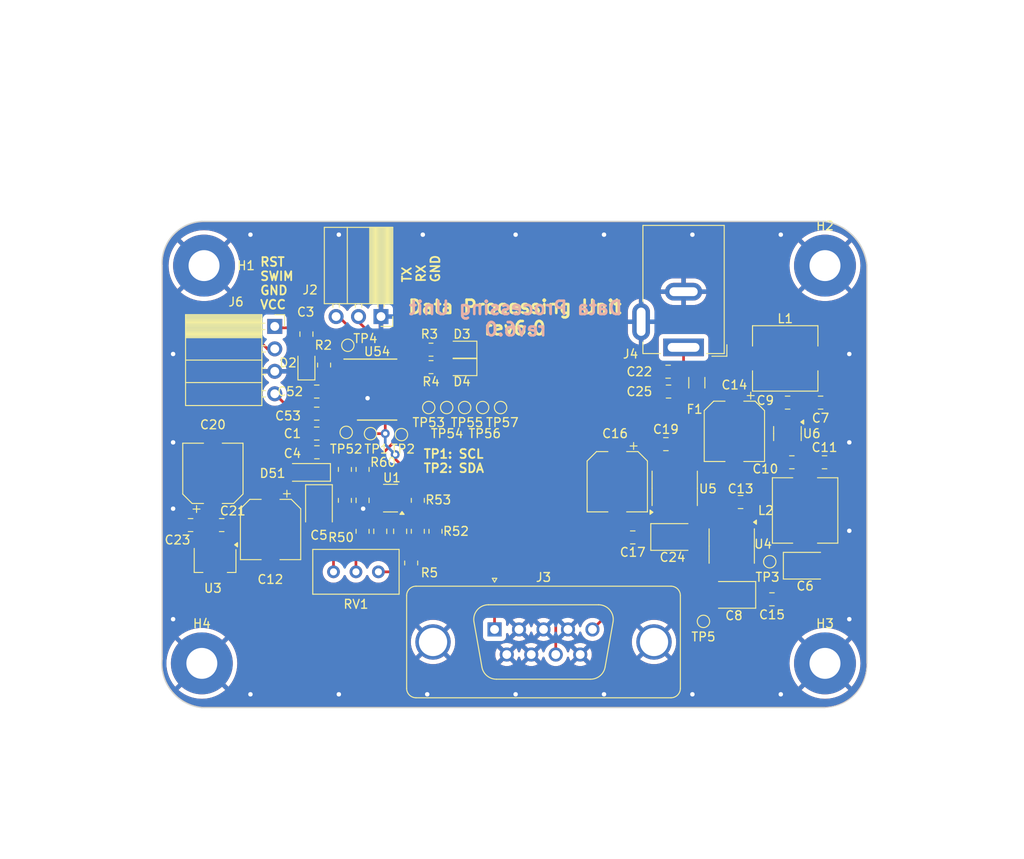
<source format=kicad_pcb>
(kicad_pcb (version 20240108) (generator "pcbnew") (generator_version "8.0")
  (layers (0 "F.Cu" signal) (31 "B.Cu" signal) (34 "B.Paste" user) (35 "F.Paste" user) (36 "B.SilkS" user "B.Silkscreen") (37 "F.SilkS" user "F.Silkscreen") (38 "B.Mask" user) (39 "F.Mask" user) (44 "Edge.Cuts" user))
  (net 0 "")
  (net 1 "GND")
  (net 2 "+5V")
  (net 3 "Net-(U54-VCAP)")
  (net 4 "Net-(D2-A)")
  (net 5 "Net-(D3-A)")
  (net 6 "Net-(D4-A)")
  (net 7 "Net-(U6-IN)")
  (net 8 "Net-(U6-C_{FLY-})")
  (net 9 "Net-(U6-C_{FLY+})")
  (net 10 "Net-(U6-OUT)")
  (net 11 "Net-(U54-PA2)")
  (net 12 "Net-(U54-PD3)")
  (net 13 "Net-(U54-PD2)")
  (net 14 "Net-(U4-OUT)")
  (net 15 "Net-(R51-Pad2)")
  (net 16 "-3V3")
  (net 17 "+3.3V")
  (net 18 "Net-(U1-Vin-)")
  (net 19 "Net-(U54-PA3)")
  (net 20 "Net-(U54-PC3)")
  (net 21 "Net-(U54-PC4)")
  (net 22 "Net-(U54-PC5)")
  (net 23 "Net-(U54-PC6)")
  (net 24 "Net-(U54-PC7)")
  (net 25 "/SignalProcessor/RST")
  (net 26 "/SignalProcessor/VCC_PROG")
  (net 27 "/SignalProcessor/SWIM")
  (net 29 "/SignalProcessor/TX")
  (net 30 "/SignalProcessor/RX")
  (net 31 "Net-(R50-Pad2)")
  (net 32 "/SignalProcessor/SCL")
  (net 33 "/SignalProcessor/SDA")
  (net 34 "Net-(U1-Vin+)")
  (net 39 "analog_input")
  (net 40 "Net-(R1-Pad2)")
  (net 41 "Net-(R5-Pad1)")
  (net 42 "Net-(U54-PD4)")
  (net 43 "Net-(U3-IN)")
  (net 44 "Net-(F1-Pad1)")
  (footprint "Resistor_SMD:R_0805_2012Metric" (layer "F.Cu") (at 143.185 72.5575 -90)
    (property "Reference" "R53")
    (property "Value" "27k")
  )
  (footprint "Connector_PinSocket_2.54mm:PinSocket_1x04_P2.54mm_Horizontal" (layer "F.Cu") (at 127 52.88)
    (property "Reference" "J6")
    (property "Value" "Conn_01x04")
  )
  (footprint "Resistor_SMD:R_0805_2012Metric" (layer "F.Cu") (at 134.935 72.5575 -90)
    (property "Reference" "R1" (hide yes))
    (property "Value" "10k")
  )
  (footprint "Inductor_SMD:L_7.3x7.3_H3.5" (layer "F.Cu") (at 184.75 56.5 180)
    (property "Reference" "L1")
    (property "Value" "22u")
  )
  (footprint "MountingHole:MountingHole_3.5mm_Pad" (layer "F.Cu") (at 189.25 46)
    (property "Reference" "H2")
    (property "Value" "MountingHole_Pad")
  )
  (footprint "Capacitor_SMD:C_0805_2012Metric" (layer "F.Cu") (at 171.25 66.2)
    (property "Reference" "C19")
    (property "Value" "2u2")
  )
  (footprint "Capacitor_SMD:C_0805_2012Metric" (layer "F.Cu") (at 185.5 68.25)
    (property "Reference" "C10")
    (property "Value" "1u")
  )
  (footprint "Capacitor_SMD:C_0805_2012Metric" (layer "F.Cu") (at 131.75 65)
    (property "Reference" "C1")
    (property "Value" "10u")
  )
  (footprint "Resistor_SMD:R_0805_2012Metric" (layer "F.Cu") (at 136.935 76.0575 -90)
    (property "Reference" "R50")
    (property "Value" "0R")
  )
  (footprint "Capacitor_Tantalum_SMD:CP_EIA-3528-21_Kemet-B" (layer "F.Cu") (at 172 76.7)
    (property "Reference" "C24")
    (property "Value" "100u/6v3")
  )
  (footprint "Package_SO:SOIC-8_3.9x4.9mm_P1.27mm" (layer "F.Cu") (at 172.25 71.2 90)
    (property "Reference" "U5")
    (property "Value" "L78L33_SO8")
  )
  (footprint "Resistor_SMD:R_0805_2012Metric" (layer "F.Cu") (at 132.583 57.25 -90)
    (property "Reference" "R2")
    (property "Value" "510R")
  )
  (footprint "TestPoint:TestPoint_Pad_D1.0mm" (layer "F.Cu") (at 150.517 62.057)
    (property "Reference" "TP56")
    (property "Value" "TestPoint")
  )
  (footprint "Fuse:Fuse_1206_3216Metric" (layer "F.Cu") (at 174.75 59.25 -90)
    (property "Reference" "F1")
    (property "Value" "200mA")
  )
  (footprint "Capacitor_SMD:CP_Elec_6.3x5.8" (layer "F.Cu") (at 120 69.5 90)
    (property "Reference" "C20")
    (property "Value" "100u/12v")
  )
  (footprint "Resistor_SMD:R_0805_2012Metric" (layer "F.Cu") (at 143.185 76.0575 90)
    (property "Reference" "R51" (hide yes))
    (property "Value" "0R")
  )
  (footprint "Capacitor_SMD:C_0805_2012Metric" (layer "F.Cu") (at 179.7 72.75 180)
    (property "Reference" "C13")
    (property "Value" "2u2")
  )
  (footprint "Potentiometer_THT:Potentiometer_Bourns_3296W_Vertical" (layer "F.Cu") (at 133.645 80.645 180)
    (property "Reference" "RV1")
    (property "Value" "100k")
  )
  (footprint "Capacitor_Tantalum_SMD:CP_EIA-3528-21_Kemet-B" (layer "F.Cu") (at 132 73.25 -90)
    (property "Reference" "C5")
    (property "Value" "100u/6v3")
  )
  (footprint "Capacitor_SMD:C_0805_2012Metric" (layer "F.Cu") (at 117.475 75.355 180)
    (property "Reference" "C23")
    (property "Value" "2u2")
  )
  (footprint "Capacitor_SMD:C_0805_2012Metric" (layer "F.Cu") (at 131.768 67.117)
    (property "Reference" "C4")
    (property "Value" "10u")
  )
  (footprint "Capacitor_SMD:C_0805_2012Metric" (layer "F.Cu") (at 171.5 58 180)
    (property "Reference" "C22")
    (property "Value" "100n")
  )
  (footprint "Resistor_SMD:R_0805_2012Metric" (layer "F.Cu") (at 134.935 69.0575 -90)
    (property "Reference" "R59" (hide yes))
    (property "Value" "2k2")
  )
  (footprint "Capacitor_SMD:C_0805_2012Metric" (layer "F.Cu") (at 138.935 76.0575 -90)
    (property "Reference" "C2" (hide yes))
    (property "Value" "TBD")
  )
  (footprint "TestPoint:TestPoint_Pad_D1.0mm" (layer "F.Cu") (at 137.833 65.012 90)
    (property "Reference" "TP1")
    (property "Value" "TestPoint")
  )
  (footprint "LED_SMD:LED_0805_2012Metric" (layer "F.Cu") (at 148.1805 55.512 180)
    (property "Reference" "D3")
    (property "Value" "green")
  )
  (footprint "Package_TO_SOT_SMD:SOT-23-5" (layer "F.Cu") (at 185 65 -90)
    (property "Reference" "U6")
    (property "Value" "TPS60403DBV")
  )
  (footprint "TestPoint:TestPoint_Pad_D1.0mm" (layer "F.Cu") (at 135.268 55.012 90)
    (property "Reference" "TP4")
    (property "Value" "TestPoint")
  )
  (footprint "Capacitor_SMD:CP_Elec_6.3x5.8" (layer "F.Cu") (at 165.75 70.45 -90)
    (property "Reference" "C16")
    (property "Value" "100u/12v")
  )
  (footprint "Capacitor_SMD:C_0805_2012Metric" (layer "F.Cu") (at 130.583 53.75 -90)
    (property "Reference" "C3")
    (property "Value" "10n")
  )
  (footprint "TestPoint:TestPoint_Pad_D1.0mm" (layer "F.Cu") (at 175.5 86.25)
    (property "Reference" "TP5")
    (property "Value" "TestPoint")
  )
  (footprint "Capacitor_SMD:C_0805_2012Metric" (layer "F.Cu") (at 171.55 60.25 180)
    (property "Reference" "C25")
    (property "Value" "2u2")
  )
  (footprint "Capacitor_SMD:C_0805_2012Metric" (layer "F.Cu") (at 185.02 61.5 180)
    (property "Reference" "C9")
    (property "Value" "1u")
  )
  (footprint "TestPoint:TestPoint_Pad_D1.0mm" (layer "F.Cu") (at 148.485 62.057)
    (property "Reference" "TP55")
    (property "Value" "TestPoint")
  )
  (footprint "TestPoint:TestPoint_Pad_D1.0mm" (layer "F.Cu") (at 183 79.5 90)
    (property "Reference" "TP3")
    (property "Value" "TestPoint")
  )
  (footprint "MountingHole:MountingHole_3.5mm_Pad" (layer "F.Cu") (at 189.25 91)
    (property "Reference" "H3")
    (property "Value" "MountingHole_Pad")
  )
  (footprint "TestPoint:TestPoint_Pad_D1.0mm" (layer "F.Cu") (at 146.453 62.057)
    (property "Reference" "TP54")
    (property "Value" "TestPoint")
  )
  (footprint "Capacitor_SMD:CP_Elec_6.3x5.8" (layer "F.Cu") (at 179 64.75 -90)
    (property "Reference" "C14")
    (property "Value" "100u/12v")
  )
  (footprint "Connector_PinSocket_2.54mm:PinSocket_1x03_P2.54mm_Horizontal" (layer "F.Cu") (at 139.018 51.762 -90)
    (property "Reference" "J2")
    (property "Value" "Conn_01x03")
  )
  (footprint "LED_SMD:LED_0805_2012Metric" (layer "F.Cu") (at 148.1805 57.485 180)
    (property "Reference" "D4")
    (property "Value" "red")
  )
  (footprint "TestPoint:TestPoint_Pad_D1.0mm" (layer "F.Cu") (at 144.421 62.057)
    (property "Reference" "TP53")
    (property "Value" "TestPoint")
  )
  (footprint "Resistor_SMD:R_0805_2012Metric" (layer "F.Cu") (at 144.6805 57.485 180)
    (property "Reference" "R4")
    (property "Value" "510R")
  )
  (footprint "Package_SO:SOIC-8_3.9x4.9mm_P1.27mm" (layer "F.Cu") (at 178.7 77.725 -90)
    (property "Reference" "U4")
    (property "Value" "L78L33_SO8")
  )
  (footprint "Connector_BarrelJack:BarrelJack_GCT_DCJ200-10-A_Horizontal" (layer "F.Cu") (at 173.25 55.25 180)
    (property "Reference" "J4")
    (property "Value" "Barrel_Jack_Switch")
  )
  (footprint "Capacitor_SMD:C_0805_2012Metric" (layer "F.Cu") (at 183.25 83.75)
    (property "Reference" "C15")
    (property "Value" "2u2")
  )
  (footprint "LED_SMD:LED_0805_2012Metric" (layer "F.Cu") (at 130.583 57.25 90)
    (property "Reference" "D2")
    (property "Value" "yellow")
  )
  (footprint "Capacitor_SMD:C_0805_2012Metric" (layer "F.Cu") (at 136.935 72.5575 90)
    (property "Reference" "C50" (hide yes))
    (property "Value" "100n")
  )
  (footprint "Resistor_SMD:R_0805_2012Metric" (layer "F.Cu") (at 142.435 79.645 90)
    (property "Reference" "R5")
    (property "Value" "10k")
  )
  (footprint "Capacitor_SMD:C_0805_2012Metric" (layer "F.Cu") (at 188.75 61.5)
    (property "Reference" "C7")
    (property "Value" "1u")
  )
  (footprint "TestPoint:TestPoint_Pad_D1.0mm" (layer "F.Cu") (at 135.083 64.867)
    (property "Reference" "TP52")
    (property "Value" "TestPoint")
  )
  (footprint "Package_TO_SOT_SMD:SOT-23-6" (layer "F.Cu") (at 140.0975 72.3075 180)
    (property "Reference" "U1")
    (property "Value" "MCP3425Axx-xCH")
  )
  (footprint "Resistor_SMD:R_0805_2012Metric" (layer "F.Cu") (at 145.185 76.0575 -90)
    (property "Reference" "R52")
    (property "Value" "0R")
  )
  (footprint "Capacitor_Tantalum_SMD:CP_EIA-3528-21_Kemet-B" (layer "F.Cu") (at 187 79.95)
    (property "Reference" "C6")
    (property "Value" "100u/6v3")
  )
  (footprint "TestPoint:TestPoint_Pad_D1.0mm" (layer "F.Cu") (at 152.549 62.057)
    (property "Reference" "TP57")
    (property "Value" "TestPoint")
  )
  (footprint "MountingHole:MountingHole_3.5mm_Pad" (layer "F.Cu") (at 119 46)
    (property "Reference" "H1")
    (property "Value" "MountingHole_Pad")
  )
  (footprint "Capacitor_SMD:C_0805_2012Metric" (layer "F.Cu") (at 189.2 68.25)
    (property "Reference" "C11")
    (property "Value" "1u")
  )
  (footprint "Capacitor_SMD:C_0805_2012Metric" (layer "F.Cu") (at 120.995 75.355 180)
    (property "Reference" "C21")
    (property "Value" "2u2")
  )
  (footprint "Capacitor_SMD:CP_Elec_6.3x5.8" (layer "F.Cu") (at 126.525 75.855 -90)
    (property "Reference" "C12")
    (property "Value" "100u/6v3")
  )
  (footprint "Capacitor_SMD:C_0805_2012Metric" (layer "F.Cu") (at 131.75 62.75)
    (property "Reference" "C53")
    (property "Value" "100n")
  )
  (footprint "Diode_SMD:D_MiniMELF" (layer "F.Cu") (at 130.75 69.395 180)
    (property "Reference" "D51")
    (property "Value" "0R resistor")
  )
  (footprint "TestPoint:TestPoint_Pad_D1.0mm" (layer "F.Cu") (at 141.333 65.117 90)
    (property "Reference" "TP2")
    (property "Value" "TestPoint")
  )
  (footprint "Connector_Dsub:DSUB-9_Male_Vertical_P2.77x2.84mm_MountingHoles" (layer "F.Cu") (at 151.865 87.16)
    (property "Reference" "J3")
    (property "Value" "DE9_Plug_MountingHoles")
  )
  (footprint "Package_SO:TSSOP-20_4.4x6.5mm_P0.65mm" (layer "F.Cu") (at 138.579 60.025)
    (property "Reference" "U54")
    (property "Value" "STM8S003F3P")
  )
  (footprint "Resistor_SMD:R_0805_2012Metric" (layer "F.Cu") (at 136.935 69.0575 -90)
    (property "Reference" "R60")
    (property "Value" "2k2")
  )
  (footprint "Capacitor_SMD:C_0805_2012Metric" (layer "F.Cu") (at 131.75 60.25)
    (property "Reference" "C52")
    (property "Value" "680n")
  )
  (footprint "MountingHole:MountingHole_3.5mm_Pad" (layer "F.Cu") (at 118.75 91)
    (property "Reference" "H4")
    (property "Value" "MountingHole_Pad")
  )
  (footprint "Capacitor_Tantalum_SMD:CP_EIA-3528-21_Kemet-B" (layer "F.Cu") (at 178.95 83.25 180)
    (property "Reference" "C8")
    (property "Value" "100u/6v3")
  )
  (footprint "Capacitor_SMD:C_0805_2012Metric" (layer "F.Cu") (at 141.185 76.0575 -90)
    (property "Reference" "C18" (hide yes))
    (property "Value" "TBD")
  )
  (footprint "Resistor_SMD:R_0805_2012Metric" (layer "F.Cu") (at 144.6805 55.512 180)
    (property "Reference" "R3")
    (property "Value" "510R")
  )
  (footprint "Package_TO_SOT_SMD:SOT-89-3" (layer "F.Cu") (at 120.25 79.355 -90)
    (property "Reference" "U3")
    (property "Value" "L78L05_SOT89")
  )
  (footprint "Inductor_SMD:L_7.3x7.3_H3.5" (layer "F.Cu") (at 187 73.7 90)
    (property "Reference" "L2")
    (property "Value" "22u")
  )
  (footprint "Capacitor_SMD:C_0805_2012Metric" (layer "F.Cu") (at 167.5 76.75 180)
    (property "Reference" "C17")
    (property "Value" "2u2")
  )
  (gr_line (start 118.75 96) (end 189.25 96) (stroke (width 0.15)) (layer "Edge.Cuts"))
  (gr_line (start 189.25 41) (end 118.75 41) (stroke (width 0.15)) (layer "Edge.Cuts"))
  (gr_line (start 114.25 46) (end 114.25 90.5) (stroke (width 0.15)) (layer "Edge.Cuts"))
  (gr_arc (start 118.75 96) (mid 115.360913 94.181981) (end 114.25 90.5) (stroke (width 0.15)) (layer "Edge.Cuts"))
  (gr_arc (start 189.25 41) (mid 192.485376 42.682643) (end 194 46) (stroke (width 0.15)) (layer "Edge.Cuts"))
  (gr_arc (start 114.25 46) (mid 115.464466 42.568019) (end 118.75 41) (stroke (width 0.15)) (layer "Edge.Cuts"))
  (gr_arc (start 194 91) (mid 192.660534 94.483757) (end 189.25 96) (stroke (width 0.1)) (layer "Edge.Cuts"))
  (gr_line (start 194 91) (end 194 46) (stroke (width 0.15)) (layer "Edge.Cuts"))
  (gr_text "Data Processing Unit\nrev6.0" (at 154.25 52 0) (layer "B.SilkS") (effects (font (size 1.5 1.5) (thickness 0.3)) (justify mirror)))
  (gr_text "Data Processing Unit\nrev6.0" (at 154.167 51.883 0) (layer "F.SilkS") (effects (font (size 1.5 1.5) (thickness 0.3))))
  (gr_text "TP1: SCL\nTP2: SDA" (at 143.75 69.5 0) (layer "F.SilkS") (effects (font (size 1 1) (thickness 0.2) (bold yes)) (justify left bottom)))
  (gr_text "TX\nRX\nGND" (at 145.75 48 90) (layer "F.SilkS") (effects (font (size 1 1) (thickness 0.2) (bold yes)) (justify left bottom)))
  (gr_text "RST\nSWIM\nGND\nVCC" (at 125.25 51 0) (layer "F.SilkS") (effects (font (size 1 1) (thickness 0.2) (bold yes)) (justify left bottom)))
  (segment (start 142.5225 72.3075) (end 143.185 71.645) (width 0.3048) (layer "F.Cu") (net 1))
  (segment (start 135.629 61) (end 137.5 61) (width 0.3048) (layer "F.Cu") (net 1))
  (segment (start 141.235 72.3075) (end 142.5225 72.3075) (width 0.3048) (layer "F.Cu") (net 1))
  (via (at 134.25 94.5) (size 1) (drill 0.5) (layers "F.Cu" "B.Cu") (net 1))
  (via (at 137.5 61) (size 1) (drill 0.5) (layers "F.Cu" "B.Cu") (net 1))
  (via (at 184.25 42.5) (size 1) (drill 0.5) (layers "F.Cu" "B.Cu") (net 1))
  (via (at 154.25 94.5) (size 1) (drill 0.5) (layers "F.Cu" "B.Cu") (net 1))
  (via (at 124.25 94.5) (size 1) (drill 0.5) (layers "F.Cu" "B.Cu") (net 1))
  (via (at 192 76) (size 1) (drill 0.5) (layers "F.Cu" "B.Cu") (net 1))
  (via (at 137 73.5) (size 1) (drill 0.5) (layers "F.Cu" "B.Cu") (net 1))
  (via (at 154.25 42.5) (size 1) (drill 0.5) (layers "F.Cu" "B.Cu") (net 1))
  (via (at 115.5 86) (size 1) (drill 0.5) (layers "F.Cu" "B.Cu") (net 1))
  (via (at 115.5 66) (size 1) (drill 0.5) (layers "F.Cu" "B.Cu") (net 1))
  (via (at 164.25 42.5) (size 1) (drill 0.5) (layers "F.Cu" "B.Cu") (net 1))
  (via (at 115.5 56) (size 1) (drill 0.5) (layers "F.Cu" "B.Cu") (net 1))
  (via (at 124.25 42.5) (size 1) (drill 0.5) (layers "F.Cu" "B.Cu") (net 1))
  (via (at 115.5 73.5) (size 1) (drill 0.5) (layers "F.Cu" "B.Cu") (net 1))
  (via (at 164.25 94.5) (size 1) (drill 0.5) (layers "F.Cu" "B.Cu") (net 1))
  (via (at 192 86) (size 1) (drill 0.5) (layers "F.Cu" "B.Cu") (net 1))
  (via (at 174.25 42.5) (size 1) (drill 0.5) (layers "F.Cu" "B.Cu") (net 1))
  (via (at 134.25 42.5) (size 1) (drill 0.5) (layers "F.Cu" "B.Cu") (net 1))
  (via (at 192 66) (size 1) (drill 0.5) (layers "F.Cu" "B.Cu") (net 1))
  (via (at 144.25 94.5) (size 1) (drill 0.5) (layers "F.Cu" "B.Cu") (net 1))
  (via (at 174.25 94.5) (size 1) (drill 0.5) (layers "F.Cu" "B.Cu") (net 1))
  (via (at 192 56) (size 1) (drill 0.5) (layers "F.Cu" "B.Cu") (net 1))
  (via (at 143.75 42.5) (size 1) (drill 0.5) (layers "F.Cu" "B.Cu") (net 1))
  (via (at 184.25 94.5) (size 1) (drill 0.5) (layers "F.Cu" "B.Cu") (net 1))
  (segment (start 126.525 73.155) (end 128.845 73.155) (width 0.3048) (layer "F.Cu") (net 2))
  (segment (start 138.96 72.3075) (end 137.635 72.3075) (width 0.3048) (layer "F.Cu") (net 2))
  (segment (start 128.845 73.155) (end 130.2875 71.7125) (width 0.3048) (layer "F.Cu") (net 2))
  (segment (start 126.525 73.155) (end 126.525 70.725) (width 0.3048) (layer "F.Cu") (net 2))
  (segment (start 134.935 71.645) (end 134.935 69.97) (width 0.3048) (layer "F.Cu") (net 2))
  (segment (start 123.195 74.105) (end 125.575 74.105) (width 0.3048) (layer "F.Cu") (net 2))
  (segment (start 127.855 69.395) (end 128.935 69.395) (width 0.3048) (layer "F.Cu") (net 2))
  (segment (start 132 71.7125) (end 134.8675 71.7125) (width 0.3048) (layer "F.Cu") (net 2))
  (segment (start 121.945 75.355) (end 123.195 74.105) (width 0.3048) (layer "F.Cu") (net 2))
  (segment (start 126.525 70.725) (end 127.855 69.395) (width 0.3048) (layer "F.Cu") (net 2))
  (segment (start 130.2875 71.7125) (end 132 71.7125) (width 0.3048) (layer "F.Cu") (net 2))
  (segment (start 136.935 71.6075) (end 136.935 69.97) (width 0.3048) (layer "F.Cu") (net 2))
  (segment (start 136.935 71.6075) (end 134.9725 71.6075) (width 0.3048) (layer "F.Cu") (net 2))
  (segment (start 137.635 72.3075) (end 136.935 71.6075) (width 0.3048) (layer "F.Cu") (net 2))
  (segment (start 121.945 75.355) (end 121.945 77.21) (width 0.3048) (layer "F.Cu") (net 2))
  (segment (start 135.629 61.65) (end 134.65 61.65) (width 0.3048) (layer "F.Cu") (net 3))
  (segment (start 133.533 60.533) (end 132.737 60.533) (width 0.3048) (layer "F.Cu") (net 3))
  (segment (start 134.65 61.65) (end 133.533 60.533) (width 0.3048) (layer "F.Cu") (net 3))
  (segment (start 130.583 56.6795) (end 132.558 56.6795) (width 0.3048) (layer "F.Cu") (net 4))
  (segment (start 145.593 55.512) (end 147.243 55.512) (width 0.3048) (layer "F.Cu") (net 5))
  (segment (start 145.593 57.485) (end 147.243 57.485) (width 0.3048) (layer "F.Cu") (net 6))
  (segment (start 187.8 61.5) (end 185.97 61.5) (width 0.3048) (layer "F.Cu") (net 7))
  (segment (start 185.97 61.5) (end 185 62.47) (width 0.3048) (layer "F.Cu") (net 7))
  (segment (start 187.95 56.5) (end 187.95 61.35) (width 0.3048) (layer "F.Cu") (net 7))
  (segment (start 185 62.47) (end 185 63.8625) (width 0.3048) (layer "F.Cu") (net 7))
  (segment (start 184.55 68.25) (end 185.049938 67.750062) (width 0.3048) (layer "F.Cu") (net 8))
  (segment (start 185.049938 65.365964) (end 184.05 64.366026) (width 0.3048) (layer "F.Cu") (net 8))
  (segment (start 185.049938 67.750062) (end 185.049938 65.365964) (width 0.3048) (layer "F.Cu") (net 8))
  (segment (start 186.45 66.6375) (end 185.95 66.1375) (width 0.3048) (layer "F.Cu") (net 9))
  (segment (start 186.45 68.25) (end 186.45 66.6375) (width 0.3048) (layer "F.Cu") (net 9))
  (segment (start 188.25 69.25) (end 187 70.5) (width 0.3048) (layer "F.Cu") (net 10))
  (segment (start 188.25 66.1625) (end 188.25 68.25) (width 0.3048) (layer "F.Cu") (net 10))
  (segment (start 185.95 63.8625) (end 188.25 66.1625) (width 0.3048) (layer "F.Cu") (net 10))
  (segment (start 188.25 68.25) (end 188.25 69.25) (width 0.3048) (layer "F.Cu") (net 10))
  (segment (start 135.629 60.35) (end 134.6 60.35) (width 0.3048) (layer "F.Cu") (net 11))
  (segment (start 134.6 60.35) (end 132.7795 58.5295) (width 0.3048) (layer "F.Cu") (net 11))
  (segment (start 132.7795 58.5295) (end 132.583 58.5295) (width 0.3048) (layer "F.Cu") (net 11))
  (segment (start 141.529 56.501) (end 142.518 55.512) (width 0.3048) (layer "F.Cu") (net 12))
  (segment (start 141.529 57.1) (end 141.529 56.501) (width 0.3048) (layer "F.Cu") (net 12))
  (segment (start 142.518 55.512) (end 143.768 55.512) (width 0.3048) (layer "F.Cu") (net 12))
  (segment (start 142.508 57.75) (end 142.773 57.485) (width 0.254) (layer "F.Cu") (net 13))
  (segment (start 142.773 57.485) (end 143.768 57.485) (width 0.254) (layer "F.Cu") (net 13))
  (segment (start 141.529 57.75) (end 142.508 57.75) (width 0.254) (layer "F.Cu") (net 13))
  (segment (start 182.5 74) (end 181.25 72.75) (width 0.3048) (layer "F.Cu") (net 14))
  (segment (start 183.45 79.95) (end 183 79.5) (width 0.3048) (layer "F.Cu") (net 14))
  (segment (start 185.4625 79.95) (end 183.45 79.95) (width 0.3048) (layer "F.Cu") (net 14))
  (segment (start 180.65 72.75) (end 180.65 75.205) (width 0.3048) (layer "F.Cu") (net 14))
  (segment (start 182.5 79) (end 182.5 74) (width 0.3048) (layer "F.Cu") (net 14))
  (segment (start 183 79.5) (end 182.5 79) (width 0.3048) (layer "F.Cu") (net 14))
  (segment (start 187 77.75) (end 185.4625 79.2875) (width 0.3048) (layer "F.Cu") (net 14))
  (segment (start 181.25 72.75) (end 180.65 72.75) (width 0.3048) (layer "F.Cu") (net 14))
  (segment (start 187 76.9) (end 187 77.75) (width 0.3048) (layer "F.Cu") (net 14))
  (segment (start 145.185 75.145) (end 143.185 75.145) (width 0.3048) (layer "F.Cu") (net 15))
  (segment (start 143.185 75.145) (end 143.185 73.47) (width 0.3048) (layer "F.Cu") (net 15))
  (segment (start 180.4875 83.25) (end 180.9875 83.75) (width 0.3048) (layer "F.Cu") (net 16))
  (segment (start 181.5 86.25) (end 182.3 85.45) (width 0.3048) (layer "F.Cu") (net 16))
  (segment (start 180.605 80.2) (end 180.605 83.1325) (width 0.3048) (layer "F.Cu") (net 16))
  (segment (start 181.5 86.25) (end 175.5 86.25) (width 0.3048) (layer "F.Cu") (net 16))
  (segment (start 180.9875 83.75) (end 182.3 83.75) (width 0.3048) (layer "F.Cu") (net 16))
  (segment (start 182.3 83.75) (end 182.3 85.45) (width 0.3048) (layer "F.Cu") (net 16))
  (segment (start 175.25 86.25) (end 173.75 84.75) (width 0.3048) (layer "F.Cu") (net 16))
  (segment (start 175.5 86.25) (end 175.25 86.25) (width 0.3048) (layer "F.Cu") (net 16))
  (segment (start 165.355 84.75) (end 162.945 87.16) (width 0.3048) (layer "F.Cu") (net 16))
  (segment (start 173.75 84.75) (end 165.355 84.75) (width 0.3048) (layer "F.Cu") (net 16))
  (segment (start 158.79 86.21) (end 158.79 90) (width 0.3048) (layer "F.Cu") (net 17))
  (segment (start 168.45 78.3) (end 167 79.75) (width 0.3048) (layer "F.Cu") (net 17))
  (segment (start 165.25 79.75) (end 158.79 86.21) (width 0.3048) (layer "F.Cu") (net 17))
  (segment (start 168.45 76.75) (end 168.45 78.3) (width 0.3048) (layer "F.Cu") (net 17))
  (segment (start 168.7 76.7) (end 168.25 76.25) (width 0.3048) (layer "F.Cu") (net 17))
  (segment (start 170.345 73.675) (end 170.345 76.5825) (width 0.3048) (layer "F.Cu") (net 17))
  (segment (start 167 79.75) (end 165.25 79.75) (width 0.3048) (layer "F.Cu") (net 17))
  (segment (start 170.4625 76.7) (end 168.7 76.7) (width 0.3048) (layer "F.Cu") (net 17))
  (segment (start 138.96 73.2575) (end 138.96 75.0825) (width 0.3048) (layer "F.Cu") (net 18))
  (segment (start 138.935 75.1075) (end 136.9725 75.1075) (width 0.3048) (layer "F.Cu") (net 18))
  (segment (start 135.083 64.167) (end 135.083 64.867) (width 0.3048) (layer "F.Cu") (net 19))
  (segment (start 135.629 62.95) (end 135.629 63.621) (width 0.3048) (layer "F.Cu") (net 19))
  (segment (start 135.629 63.621) (end 135.083 64.167) (width 0.3048) (layer "F.Cu") (net 19))
  (segment (start 141.529 61.65) (end 144.014 61.65) (width 0.254) (layer "F.Cu") (net 20))
  (segment (start 144.014 61.65) (end 144.421 62.057) (width 0.254) (layer "F.Cu") (net 20))
  (segment (start 146.453 61.303) (end 146.453 62.057) (width 0.254) (layer "F.Cu") (net 21))
  (segment (start 141.529 61) (end 143.192 61) (width 0.254) (layer "F.Cu") (net 21))
  (segment (start 143.532 60.66) (end 145.81 60.66) (width 0.254) (layer "F.Cu") (net 21))
  (segment (start 145.81 60.66) (end 146.453 61.303) (width 0.254) (layer "F.Cu") (net 21))
  (segment (start 143.192 61) (end 143.532 60.66) (width 0.254) (layer "F.Cu") (net 21))
  (segment (start 147.715012 60.533012) (end 148.485 61.303) (width 0.254) (layer "F.Cu") (net 22))
  (segment (start 143.448563 60.025003) (end 145.905131 60.025003) (width 0.254) (layer "F.Cu") (net 22))
  (segment (start 148.485 61.303) (end 148.485 62.057) (width 0.254) (layer "F.Cu") (net 22))
  (segment (start 141.529 60.35) (end 143.123566 60.35) (width 0.254) (layer "F.Cu") (net 22))
  (segment (start 145.905131 60.025003) (end 146.41314 60.533012) (width 0.254) (layer "F.Cu") (net 22))
  (segment (start 143.123566 60.35) (end 143.448563 60.025003) (width 0.254) (layer "F.Cu") (net 22))
  (segment (start 146.41314 60.533012) (end 147.715012 60.533012) (width 0.254) (layer "F.Cu") (net 22))
  (segment (start 147.977001 60.025001) (end 148.612 60.66) (width 0.254) (layer "F.Cu") (net 23))
  (segment (start 149.874 60.66) (end 150.517 61.303) (width 0.254) (layer "F.Cu") (net 23))
  (segment (start 150.517 61.303) (end 150.517 62.057) (width 0.254) (layer "F.Cu") (net 23))
  (segment (start 146.115556 59.516992) (end 146.623565 60.025001) (width 0.254) (layer "F.Cu") (net 23))
  (segment (start 142.770008 59.516992) (end 146.115556 59.516992) (width 0.254) (layer "F.Cu") (net 23))
  (segment (start 141.529 59.7) (end 142.587 59.7) (width 0.254) (layer "F.Cu") (net 23))
  (segment (start 146.623565 60.025001) (end 147.977001 60.025001) (width 0.254) (layer "F.Cu") (net 23))
  (segment (start 148.612 60.66) (end 149.874 60.66) (width 0.254) (layer "F.Cu") (net 23))
  (segment (start 142.587 59.7) (end 142.770008 59.516992) (width 0.254) (layer "F.Cu") (net 23))
  (segment (start 150.39001 60.15199) (end 150.89802 60.66) (width 0.254) (layer "F.Cu") (net 24))
  (segment (start 142.549019 59.008981) (end 146.325981 59.008981) (width 0.254) (layer "F.Cu") (net 24))
  (segment (start 148.9295 60.15199) (end 150.39001 60.15199) (width 0.254) (layer "F.Cu") (net 24))
  (segment (start 150.89802 60.66) (end 151.906 60.66) (width 0.254) (layer "F.Cu") (net 24))
  (segment (start 146.325981 59.008981) (end 146.83399 59.51699) (width 0.254) (layer "F.Cu") (net 24))
  (segment (start 148.2945 59.51699) (end 148.9295 60.15199) (width 0.254) (layer "F.Cu") (net 24))
  (segment (start 152.549 61.303) (end 152.549 62.057) (width 0.254) (layer "F.Cu") (net 24))
  (segment (start 151.906 60.66) (end 152.549 61.303) (width 0.254) (layer "F.Cu") (net 24))
  (segment (start 146.83399 59.51699) (end 148.2945 59.51699) (width 0.254) (layer "F.Cu") (net 24))
  (segment (start 141.529 59.05) (end 142.508 59.05) (width 0.254) (layer "F.Cu") (net 24))
  (segment (start 142.508 59.05) (end 142.549019 59.008981) (width 0.254) (layer "F.Cu") (net 24))
  (segment (start 133.573 55.067) (end 133.603 55.097) (width 0.3048) (layer "F.Cu") (net 25))
  (segment (start 134.5162 59.05) (end 134.018 58.5518) (width 0.3048) (layer "F.Cu") (net 25))
  (segment (start 134.018 58.5518) (end 134.018 55.512) (width 0.3048) (layer "F.Cu") (net 25))
  (segment (start 127.373 53.037) (end 128.92 53.037) (width 0.3048) (layer "F.Cu") (net 25))
  (segment (start 134.018 55.512) (end 133.603 55.097) (width 0.3048) (layer "F.Cu") (net 25))
  (segment (start 130.583 55.067) (end 133.573 55.067) (width 0.3048) (layer "F.Cu") (net 25))
  (segment (start 128.92 53.037) (end 130.583 54.7) (width 0.3048) (layer "F.Cu") (net 25))
  (segment (start 135.629 59.05) (end 134.5162 59.05) (width 0.3048) (layer "F.Cu") (net 25))
  (segment (start 131.45 61.5) (end 128 61.5) (width 0.3048) (layer "F.Cu") (net 26))
  (segment (start 132.718 65.262) (end 132.718 67.512) (width 0.3048) (layer "F.Cu") (net 26))
  (segment (start 135.629 62.3) (end 133.43 62.3) (width 0.3048) (layer "F.Cu") (net 26))
  (segment (start 128 61.5) (end 127 60.5) (width 0.3048) (layer "F.Cu") (net 26))
  (segment (start 132.718 63.012) (end 132.718 65.262) (width 0.3048) (layer "F.Cu") (net 26))
  (segment (start 133.43 62.3) (end 133 62.73) (width 0.3048) (layer "F.Cu") (net 26))
  (segment (start 132.385 67.145) (end 132.385 69.345) (width 0.3048) (layer "F.Cu") (net 26))
  (segment (start 132.7 62.75) (end 131.45 61.5) (width 0.3048) (layer "F.Cu") (net 26))
  (segment (start 141.018 55.8482) (end 141.018 50.387) (width 0.3048) (layer "F.Cu") (net 27))
  (segment (start 140.268 58.1688) (end 140.268 56.5982) (width 0.3048) (layer "F.Cu") (net 27))
  (segment (start 139.643 49.012) (end 127.488 49.012) (width 0.3048) (layer "F.Cu") (net 27))
  (segment (start 126.17 55.42) (end 127 55.42) (width 0.3048) (layer "F.Cu") (net 27))
  (segment (start 140.268 56.5982) (end 141.018 55.8482) (width 0.3048) (layer "F.Cu") (net 27))
  (segment (start 141.018 50.387) (end 139.643 49.012) (width 0.3048) (layer "F.Cu") (net 27))
  (segment (start 141.529 58.4) (end 140.4992 58.4) (width 0.3048) (layer "F.Cu") (net 27))
  (segment (start 125.25 51.25) (end 125.25 54.5) (width 0.3048) (layer "F.Cu") (net 27))
  (segment (start 127.488 49.012) (end 125.25 51.25) (width 0.3048) (layer "F.Cu") (net 27))
  (segment (start 140.4992 58.4) (end 140.268 58.1688) (width 0.3048) (layer "F.Cu") (net 27))
  (segment (start 125.25 54.5) (end 126.17 55.42) (width 0.3048) (layer "F.Cu") (net 27))
  (segment (start 137.018 57.3908) (end 136.6588 57.75) (width 0.3048) (layer "F.Cu") (net 29))
  (segment (start 136.6588 57.75) (end 135.629 57.75) (width 0.3048) (layer "F.Cu") (net 29))
  (segment (start 137.018 54.552) (end 137.018 57.3908) (width 0.3048) (layer "F.Cu") (net 29))
  (segment (start 134.228 51.762) (end 137.018 54.552) (width 0.3048) (layer "F.Cu") (net 29))
  (segment (start 137.768 57.762) (end 137.768 53.642) (width 0.3048) (layer "F.Cu") (net 30))
  (segment (start 137.13 58.4) (end 137.768 57.762) (width 0.3048) (layer "F.Cu") (net 30))
  (segment (start 135.629 58.4) (end 137.13 58.4) (width 0.3048) (layer "F.Cu") (net 30))
  (segment (start 137.768 53.642) (end 136.478 52.352) (width 0.3048) (layer "F.Cu") (net 30))
  (segment (start 136.935 78.315) (end 136.185 79.065) (width 0.3048) (layer "F.Cu") (net 31))
  (segment (start 136.935 76.97) (end 136.935 78.315) (width 0.3048) (layer "F.Cu") (net 31))
  (segment (start 136.185 79.065) (end 136.185 80.645) (width 0.3048) (layer "F.Cu") (net 31))
  (segment (start 140.625 67.375) (end 140.625 67.875) (width 0.3048) (layer "F.Cu") (net 32))
  (segment (start 139.488 65.012) (end 137.656 65.012) (width 0.3048) (layer "F.Cu") (net 32))
  (segment (start 134.935 67.733) (end 134.935 68.145) (width 0.3048) (layer "F.Cu") (net 32))
  (segment (start 137.656 65.012) (end 134.935 67.733) (width 0.3048) (layer "F.Cu") (net 32))
  (segment (start 140.4162 62.3) (end 141.529 62.3) (width 0.3048) (layer "F.Cu") (net 32))
  (segment (start 139.5 63.2162) (end 140.4162 62.3) (width 0.3048) (layer "F.Cu") (net 32))
  (segment (start 139.5 65) (end 139.5 63.2162) (width 0.3048) (layer "F.Cu") (net 32))
  (segment (start 140.625 67.875) (end 141.235 68.485) (width 0.3048) (layer "F.Cu") (net 32))
  (segment (start 141.235 68.485) (end 141.235 71.3575) (width 0.3048) (layer "F.Cu") (net 32))
  (segment (start 139.5 65) (end 139.488 65.012) (width 0.3048) (layer "F.Cu") (net 32))
  (via (at 139.5 65) (size 1) (drill 0.5) (layers "F.Cu" "B.Cu") (net 32))
  (via (at 140.625 67.375) (size 1) (drill 0.5) (layers "F.Cu" "B.Cu") (net 32))
  (segment (start 139.5 66.25) (end 140.625 67.375) (width 0.3048) (layer "B.Cu") (net 32))
  (segment (start 139.5 65) (end 139.5 66.25) (width 0.3048) (layer "B.Cu") (net 32))
  (segment (start 138.96 68.25) (end 138.96 71.3575) (width 0.3048) (layer "F.Cu") (net 33))
  (segment (start 141.333 65.117) (end 138.96 67.49) (width 0.3048) (layer "F.Cu") (net 33))
  (segment (start 141.529 64.921) (end 141.529 62.95) (width 0.3048) (layer "F.Cu") (net 33))
  (segment (start 138.145 68.145) (end 138.25 68.25) (width 0.3048) (layer "F.Cu") (net 33))
  (segment (start 138.25 68.25) (end 138.96 68.25) (width 0.3048) (layer "F.Cu") (net 33))
  (segment (start 136.935 68.145) (end 138.145 68.145) (width 0.3048) (layer "F.Cu") (net 33))
  (segment (start 138.96 67.49) (end 138.96 68.25) (width 0.3048) (layer "F.Cu") (net 33))
  (segment (start 141.3225 75.1075) (end 143.185 76.97) (width 0.3048) (layer "F.Cu") (net 34))
  (segment (start 141.185 75.1075) (end 141.185 73.3075) (width 0.3048) (layer "F.Cu") (net 34))
  (segment (start 151.865 87.16) (end 151.865 85.615) (width 0.3048) (layer "F.Cu") (net 39))
  (segment (start 145.185 78.935) (end 145.185 76.97) (width 0.3048) (layer "F.Cu") (net 39))
  (segment (start 151.865 85.615) (end 145.185 78.935) (width 0.3048) (layer "F.Cu") (net 39))
  (segment (start 133.645 78.855) (end 133.645 80.645) (width 0.3048) (layer "F.Cu") (net 40))
  (segment (start 135 77.5) (end 133.645 78.855) (width 0.3048) (layer "F.Cu") (net 40))
  (segment (start 135 73.535) (end 135 77.5) (width 0.3048) (layer "F.Cu") (net 40))
  (segment (start 138.725 80.645) (end 142.3475 80.645) (width 0.3048) (layer "F.Cu") (net 41))
  (segment (start 135.629 57.1) (end 135.629 56.5702) (width 0.3048) (layer "F.Cu") (net 42))
  (segment (start 135.268 56.2092) (end 135.268 55.012) (width 0.3048) (layer "F.Cu") (net 42))
  (segment (start 135.629 56.5702) (end 135.268 56.2092) (width 0.3048) (layer "F.Cu") (net 42))
  (segment (start 179 59.05) (end 181.55 56.5) (width 0.3048) (layer "F.Cu") (net 43))
  (segment (start 170.3 64.95) (end 170.3 66.2) (width 0.3048) (layer "F.Cu") (net 43))
  (segment (start 172 61.5) (end 172 63.25) (width 0.3048) (layer "F.Cu") (net 43))
  (segment (start 159.3814 61.3814) (end 146.4532 48.4532) (width 0.3048) (layer "F.Cu") (net 43))
  (segment (start 165.75 67.75) (end 167.3 66.2) (width 0.3048) (layer "F.Cu") (net 43))
  (segment (start 124 51) (end 124 68.75) (width 0.3048) (layer "F.Cu") (net 43))
  (segment (start 118.425 77.08) (end 118.75 77.405) (width 0.3048) (layer "F.Cu") (net 43))
  (segment (start 120 72.2) (end 118.425 73.775) (width 0.3048) (layer "F.Cu") (net 43))
  (segment (start 172.9 60.65) (end 172.5 60.25) (width 0.3048) (layer "F.Cu") (net 43))
  (segment (start 172.5 61) (end 172 61.5) (width 0.3048) (layer "F.Cu") (net 43))
  (segment (start 174.75 60.65) (end 172.9 60.65) (width 0.3048) (layer "F.Cu") (net 43))
  (segment (start 172.5 61.25) (end 172.5 60.25) (width 0.3048) (layer "F.Cu") (net 43))
  (segment (start 172.5 60.25) (end 171.3686 61.3814) (width 0.3048) (layer "F.Cu") (net 43))
  (segment (start 124 68.75) (end 120.55 72.2) (width 0.3048) (layer "F.Cu") (net 43))
  (segment (start 172 63.25) (end 170.3 64.95) (width 0.3048) (layer "F.Cu") (net 43))
  (segment (start 118.425 73.775) (end 118.425 75.355) (width 0.3048) (layer "F.Cu") (net 43))
  (segment (start 118.425 75.355) (end 118.425 77.08) (width 0.3048) (layer "F.Cu") (net 43))
  (segment (start 118.425 73.675) (end 118.425 75.135) (width 0.3048) (layer "F.Cu") (net 43))
  (segment (start 177.45 62.05) (end 176.5 63) (width 0.3048) (layer "F.Cu") (net 43))
  (segment (start 126.5468 48.4532) (end 124 51) (width 0.3048) (layer "F.Cu") (net 43))
  (segment (start 146.4532 48.4532) (end 126.5468 48.4532) (width 0.3048) (layer "F.Cu") (net 43))
  (segment (start 176.5 63) (end 174.25 63) (width 0.3048) (layer "F.Cu") (net 43))
  (segment (start 179 62.05) (end 177.45 62.05) (width 0.3048) (layer "F.Cu") (net 43))
  (segment (start 174.25 63) (end 172.5 61.25) (width 0.3048) (layer "F.Cu") (net 43))
  (segment (start 179 62.05) (end 179 59.05) (width 0.3048) (layer "F.Cu") (net 43))
  (segment (start 170.3 66.2) (end 170.3 68.68) (width 0.3048) (layer "F.Cu") (net 43))
  (segment (start 167.3 66.2) (end 170.3 66.2) (width 0.3048) (layer "F.Cu") (net 43))
  (segment (start 172.45 58) (end 172.45 60.2) (width 0.3048) (layer "F.Cu") (net 43))
  (segment (start 171.3686 61.3814) (end 159.3814 61.3814) (width 0.3048) (layer "F.Cu") (net 43))
  (segment (start 173.25 55.25) (end 173.25 56.8) (width 0.3048) (layer "F.Cu") (net 44))
  (segment (start 173.25 56.8) (end 174.45 58) (width 0.3048) (layer "F.Cu") (net 44))
  (zone (net 1) (net_name "GND") (layers "F&B.Cu") (connect_pads (clearance 0.508)) (min_thickness 0.254) (fill yes (thermal_gap 0.508) (thermal_bridge_width 0.508))
    (polygon (pts (xy 194 96) (xy 194 41) (xy 114.25 40.75) (xy 114.25 96)))
  )
)
</source>
